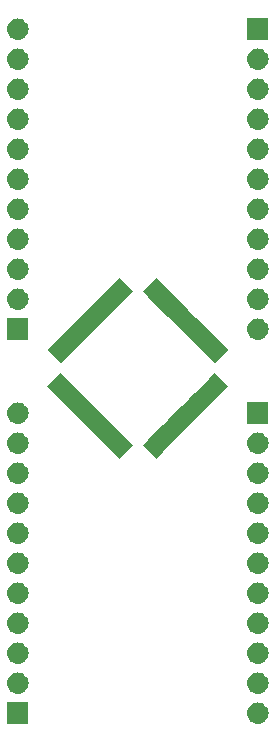
<source format=gbr>
G04 #@! TF.GenerationSoftware,KiCad,Pcbnew,5.1.3-ffb9f22~84~ubuntu18.04.1*
G04 #@! TF.CreationDate,2019-08-13T01:25:41-07:00*
G04 #@! TF.ProjectId,ATmega32U4breakout,41546d65-6761-4333-9255-34627265616b,rev?*
G04 #@! TF.SameCoordinates,Original*
G04 #@! TF.FileFunction,Soldermask,Top*
G04 #@! TF.FilePolarity,Negative*
%FSLAX46Y46*%
G04 Gerber Fmt 4.6, Leading zero omitted, Abs format (unit mm)*
G04 Created by KiCad (PCBNEW 5.1.3-ffb9f22~84~ubuntu18.04.1) date 2019-08-13 01:25:41*
%MOMM*%
%LPD*%
G04 APERTURE LIST*
%ADD10C,0.100000*%
G04 APERTURE END LIST*
D10*
G36*
X144890442Y-118485518D02*
G01*
X144956627Y-118492037D01*
X145126466Y-118543557D01*
X145282991Y-118627222D01*
X145318729Y-118656552D01*
X145420186Y-118739814D01*
X145503448Y-118841271D01*
X145532778Y-118877009D01*
X145616443Y-119033534D01*
X145667963Y-119203373D01*
X145685359Y-119380000D01*
X145667963Y-119556627D01*
X145616443Y-119726466D01*
X145532778Y-119882991D01*
X145503448Y-119918729D01*
X145420186Y-120020186D01*
X145318729Y-120103448D01*
X145282991Y-120132778D01*
X145126466Y-120216443D01*
X144956627Y-120267963D01*
X144890442Y-120274482D01*
X144824260Y-120281000D01*
X144735740Y-120281000D01*
X144669558Y-120274482D01*
X144603373Y-120267963D01*
X144433534Y-120216443D01*
X144277009Y-120132778D01*
X144241271Y-120103448D01*
X144139814Y-120020186D01*
X144056552Y-119918729D01*
X144027222Y-119882991D01*
X143943557Y-119726466D01*
X143892037Y-119556627D01*
X143874641Y-119380000D01*
X143892037Y-119203373D01*
X143943557Y-119033534D01*
X144027222Y-118877009D01*
X144056552Y-118841271D01*
X144139814Y-118739814D01*
X144241271Y-118656552D01*
X144277009Y-118627222D01*
X144433534Y-118543557D01*
X144603373Y-118492037D01*
X144669558Y-118485518D01*
X144735740Y-118479000D01*
X144824260Y-118479000D01*
X144890442Y-118485518D01*
X144890442Y-118485518D01*
G37*
G36*
X125361000Y-120281000D02*
G01*
X123559000Y-120281000D01*
X123559000Y-118479000D01*
X125361000Y-118479000D01*
X125361000Y-120281000D01*
X125361000Y-120281000D01*
G37*
G36*
X124570442Y-115945518D02*
G01*
X124636627Y-115952037D01*
X124806466Y-116003557D01*
X124962991Y-116087222D01*
X124998729Y-116116552D01*
X125100186Y-116199814D01*
X125183448Y-116301271D01*
X125212778Y-116337009D01*
X125296443Y-116493534D01*
X125347963Y-116663373D01*
X125365359Y-116840000D01*
X125347963Y-117016627D01*
X125296443Y-117186466D01*
X125212778Y-117342991D01*
X125183448Y-117378729D01*
X125100186Y-117480186D01*
X124998729Y-117563448D01*
X124962991Y-117592778D01*
X124806466Y-117676443D01*
X124636627Y-117727963D01*
X124570442Y-117734482D01*
X124504260Y-117741000D01*
X124415740Y-117741000D01*
X124349558Y-117734482D01*
X124283373Y-117727963D01*
X124113534Y-117676443D01*
X123957009Y-117592778D01*
X123921271Y-117563448D01*
X123819814Y-117480186D01*
X123736552Y-117378729D01*
X123707222Y-117342991D01*
X123623557Y-117186466D01*
X123572037Y-117016627D01*
X123554641Y-116840000D01*
X123572037Y-116663373D01*
X123623557Y-116493534D01*
X123707222Y-116337009D01*
X123736552Y-116301271D01*
X123819814Y-116199814D01*
X123921271Y-116116552D01*
X123957009Y-116087222D01*
X124113534Y-116003557D01*
X124283373Y-115952037D01*
X124349558Y-115945518D01*
X124415740Y-115939000D01*
X124504260Y-115939000D01*
X124570442Y-115945518D01*
X124570442Y-115945518D01*
G37*
G36*
X144890442Y-115945518D02*
G01*
X144956627Y-115952037D01*
X145126466Y-116003557D01*
X145282991Y-116087222D01*
X145318729Y-116116552D01*
X145420186Y-116199814D01*
X145503448Y-116301271D01*
X145532778Y-116337009D01*
X145616443Y-116493534D01*
X145667963Y-116663373D01*
X145685359Y-116840000D01*
X145667963Y-117016627D01*
X145616443Y-117186466D01*
X145532778Y-117342991D01*
X145503448Y-117378729D01*
X145420186Y-117480186D01*
X145318729Y-117563448D01*
X145282991Y-117592778D01*
X145126466Y-117676443D01*
X144956627Y-117727963D01*
X144890442Y-117734482D01*
X144824260Y-117741000D01*
X144735740Y-117741000D01*
X144669558Y-117734482D01*
X144603373Y-117727963D01*
X144433534Y-117676443D01*
X144277009Y-117592778D01*
X144241271Y-117563448D01*
X144139814Y-117480186D01*
X144056552Y-117378729D01*
X144027222Y-117342991D01*
X143943557Y-117186466D01*
X143892037Y-117016627D01*
X143874641Y-116840000D01*
X143892037Y-116663373D01*
X143943557Y-116493534D01*
X144027222Y-116337009D01*
X144056552Y-116301271D01*
X144139814Y-116199814D01*
X144241271Y-116116552D01*
X144277009Y-116087222D01*
X144433534Y-116003557D01*
X144603373Y-115952037D01*
X144669558Y-115945518D01*
X144735740Y-115939000D01*
X144824260Y-115939000D01*
X144890442Y-115945518D01*
X144890442Y-115945518D01*
G37*
G36*
X124570443Y-113405519D02*
G01*
X124636627Y-113412037D01*
X124806466Y-113463557D01*
X124962991Y-113547222D01*
X124998729Y-113576552D01*
X125100186Y-113659814D01*
X125183448Y-113761271D01*
X125212778Y-113797009D01*
X125296443Y-113953534D01*
X125347963Y-114123373D01*
X125365359Y-114300000D01*
X125347963Y-114476627D01*
X125296443Y-114646466D01*
X125212778Y-114802991D01*
X125183448Y-114838729D01*
X125100186Y-114940186D01*
X124998729Y-115023448D01*
X124962991Y-115052778D01*
X124806466Y-115136443D01*
X124636627Y-115187963D01*
X124570442Y-115194482D01*
X124504260Y-115201000D01*
X124415740Y-115201000D01*
X124349558Y-115194482D01*
X124283373Y-115187963D01*
X124113534Y-115136443D01*
X123957009Y-115052778D01*
X123921271Y-115023448D01*
X123819814Y-114940186D01*
X123736552Y-114838729D01*
X123707222Y-114802991D01*
X123623557Y-114646466D01*
X123572037Y-114476627D01*
X123554641Y-114300000D01*
X123572037Y-114123373D01*
X123623557Y-113953534D01*
X123707222Y-113797009D01*
X123736552Y-113761271D01*
X123819814Y-113659814D01*
X123921271Y-113576552D01*
X123957009Y-113547222D01*
X124113534Y-113463557D01*
X124283373Y-113412037D01*
X124349557Y-113405519D01*
X124415740Y-113399000D01*
X124504260Y-113399000D01*
X124570443Y-113405519D01*
X124570443Y-113405519D01*
G37*
G36*
X144890443Y-113405519D02*
G01*
X144956627Y-113412037D01*
X145126466Y-113463557D01*
X145282991Y-113547222D01*
X145318729Y-113576552D01*
X145420186Y-113659814D01*
X145503448Y-113761271D01*
X145532778Y-113797009D01*
X145616443Y-113953534D01*
X145667963Y-114123373D01*
X145685359Y-114300000D01*
X145667963Y-114476627D01*
X145616443Y-114646466D01*
X145532778Y-114802991D01*
X145503448Y-114838729D01*
X145420186Y-114940186D01*
X145318729Y-115023448D01*
X145282991Y-115052778D01*
X145126466Y-115136443D01*
X144956627Y-115187963D01*
X144890442Y-115194482D01*
X144824260Y-115201000D01*
X144735740Y-115201000D01*
X144669558Y-115194482D01*
X144603373Y-115187963D01*
X144433534Y-115136443D01*
X144277009Y-115052778D01*
X144241271Y-115023448D01*
X144139814Y-114940186D01*
X144056552Y-114838729D01*
X144027222Y-114802991D01*
X143943557Y-114646466D01*
X143892037Y-114476627D01*
X143874641Y-114300000D01*
X143892037Y-114123373D01*
X143943557Y-113953534D01*
X144027222Y-113797009D01*
X144056552Y-113761271D01*
X144139814Y-113659814D01*
X144241271Y-113576552D01*
X144277009Y-113547222D01*
X144433534Y-113463557D01*
X144603373Y-113412037D01*
X144669557Y-113405519D01*
X144735740Y-113399000D01*
X144824260Y-113399000D01*
X144890443Y-113405519D01*
X144890443Y-113405519D01*
G37*
G36*
X124570442Y-110865518D02*
G01*
X124636627Y-110872037D01*
X124806466Y-110923557D01*
X124962991Y-111007222D01*
X124998729Y-111036552D01*
X125100186Y-111119814D01*
X125183448Y-111221271D01*
X125212778Y-111257009D01*
X125296443Y-111413534D01*
X125347963Y-111583373D01*
X125365359Y-111760000D01*
X125347963Y-111936627D01*
X125296443Y-112106466D01*
X125212778Y-112262991D01*
X125183448Y-112298729D01*
X125100186Y-112400186D01*
X124998729Y-112483448D01*
X124962991Y-112512778D01*
X124806466Y-112596443D01*
X124636627Y-112647963D01*
X124570442Y-112654482D01*
X124504260Y-112661000D01*
X124415740Y-112661000D01*
X124349558Y-112654482D01*
X124283373Y-112647963D01*
X124113534Y-112596443D01*
X123957009Y-112512778D01*
X123921271Y-112483448D01*
X123819814Y-112400186D01*
X123736552Y-112298729D01*
X123707222Y-112262991D01*
X123623557Y-112106466D01*
X123572037Y-111936627D01*
X123554641Y-111760000D01*
X123572037Y-111583373D01*
X123623557Y-111413534D01*
X123707222Y-111257009D01*
X123736552Y-111221271D01*
X123819814Y-111119814D01*
X123921271Y-111036552D01*
X123957009Y-111007222D01*
X124113534Y-110923557D01*
X124283373Y-110872037D01*
X124349558Y-110865518D01*
X124415740Y-110859000D01*
X124504260Y-110859000D01*
X124570442Y-110865518D01*
X124570442Y-110865518D01*
G37*
G36*
X144890442Y-110865518D02*
G01*
X144956627Y-110872037D01*
X145126466Y-110923557D01*
X145282991Y-111007222D01*
X145318729Y-111036552D01*
X145420186Y-111119814D01*
X145503448Y-111221271D01*
X145532778Y-111257009D01*
X145616443Y-111413534D01*
X145667963Y-111583373D01*
X145685359Y-111760000D01*
X145667963Y-111936627D01*
X145616443Y-112106466D01*
X145532778Y-112262991D01*
X145503448Y-112298729D01*
X145420186Y-112400186D01*
X145318729Y-112483448D01*
X145282991Y-112512778D01*
X145126466Y-112596443D01*
X144956627Y-112647963D01*
X144890442Y-112654482D01*
X144824260Y-112661000D01*
X144735740Y-112661000D01*
X144669558Y-112654482D01*
X144603373Y-112647963D01*
X144433534Y-112596443D01*
X144277009Y-112512778D01*
X144241271Y-112483448D01*
X144139814Y-112400186D01*
X144056552Y-112298729D01*
X144027222Y-112262991D01*
X143943557Y-112106466D01*
X143892037Y-111936627D01*
X143874641Y-111760000D01*
X143892037Y-111583373D01*
X143943557Y-111413534D01*
X144027222Y-111257009D01*
X144056552Y-111221271D01*
X144139814Y-111119814D01*
X144241271Y-111036552D01*
X144277009Y-111007222D01*
X144433534Y-110923557D01*
X144603373Y-110872037D01*
X144669558Y-110865518D01*
X144735740Y-110859000D01*
X144824260Y-110859000D01*
X144890442Y-110865518D01*
X144890442Y-110865518D01*
G37*
G36*
X124570443Y-108325519D02*
G01*
X124636627Y-108332037D01*
X124806466Y-108383557D01*
X124962991Y-108467222D01*
X124998729Y-108496552D01*
X125100186Y-108579814D01*
X125183448Y-108681271D01*
X125212778Y-108717009D01*
X125296443Y-108873534D01*
X125347963Y-109043373D01*
X125365359Y-109220000D01*
X125347963Y-109396627D01*
X125296443Y-109566466D01*
X125212778Y-109722991D01*
X125183448Y-109758729D01*
X125100186Y-109860186D01*
X124998729Y-109943448D01*
X124962991Y-109972778D01*
X124806466Y-110056443D01*
X124636627Y-110107963D01*
X124570443Y-110114481D01*
X124504260Y-110121000D01*
X124415740Y-110121000D01*
X124349557Y-110114481D01*
X124283373Y-110107963D01*
X124113534Y-110056443D01*
X123957009Y-109972778D01*
X123921271Y-109943448D01*
X123819814Y-109860186D01*
X123736552Y-109758729D01*
X123707222Y-109722991D01*
X123623557Y-109566466D01*
X123572037Y-109396627D01*
X123554641Y-109220000D01*
X123572037Y-109043373D01*
X123623557Y-108873534D01*
X123707222Y-108717009D01*
X123736552Y-108681271D01*
X123819814Y-108579814D01*
X123921271Y-108496552D01*
X123957009Y-108467222D01*
X124113534Y-108383557D01*
X124283373Y-108332037D01*
X124349557Y-108325519D01*
X124415740Y-108319000D01*
X124504260Y-108319000D01*
X124570443Y-108325519D01*
X124570443Y-108325519D01*
G37*
G36*
X144890443Y-108325519D02*
G01*
X144956627Y-108332037D01*
X145126466Y-108383557D01*
X145282991Y-108467222D01*
X145318729Y-108496552D01*
X145420186Y-108579814D01*
X145503448Y-108681271D01*
X145532778Y-108717009D01*
X145616443Y-108873534D01*
X145667963Y-109043373D01*
X145685359Y-109220000D01*
X145667963Y-109396627D01*
X145616443Y-109566466D01*
X145532778Y-109722991D01*
X145503448Y-109758729D01*
X145420186Y-109860186D01*
X145318729Y-109943448D01*
X145282991Y-109972778D01*
X145126466Y-110056443D01*
X144956627Y-110107963D01*
X144890443Y-110114481D01*
X144824260Y-110121000D01*
X144735740Y-110121000D01*
X144669557Y-110114481D01*
X144603373Y-110107963D01*
X144433534Y-110056443D01*
X144277009Y-109972778D01*
X144241271Y-109943448D01*
X144139814Y-109860186D01*
X144056552Y-109758729D01*
X144027222Y-109722991D01*
X143943557Y-109566466D01*
X143892037Y-109396627D01*
X143874641Y-109220000D01*
X143892037Y-109043373D01*
X143943557Y-108873534D01*
X144027222Y-108717009D01*
X144056552Y-108681271D01*
X144139814Y-108579814D01*
X144241271Y-108496552D01*
X144277009Y-108467222D01*
X144433534Y-108383557D01*
X144603373Y-108332037D01*
X144669557Y-108325519D01*
X144735740Y-108319000D01*
X144824260Y-108319000D01*
X144890443Y-108325519D01*
X144890443Y-108325519D01*
G37*
G36*
X144890443Y-105785519D02*
G01*
X144956627Y-105792037D01*
X145126466Y-105843557D01*
X145282991Y-105927222D01*
X145318729Y-105956552D01*
X145420186Y-106039814D01*
X145503448Y-106141271D01*
X145532778Y-106177009D01*
X145616443Y-106333534D01*
X145667963Y-106503373D01*
X145685359Y-106680000D01*
X145667963Y-106856627D01*
X145616443Y-107026466D01*
X145532778Y-107182991D01*
X145503448Y-107218729D01*
X145420186Y-107320186D01*
X145318729Y-107403448D01*
X145282991Y-107432778D01*
X145126466Y-107516443D01*
X144956627Y-107567963D01*
X144890443Y-107574481D01*
X144824260Y-107581000D01*
X144735740Y-107581000D01*
X144669557Y-107574481D01*
X144603373Y-107567963D01*
X144433534Y-107516443D01*
X144277009Y-107432778D01*
X144241271Y-107403448D01*
X144139814Y-107320186D01*
X144056552Y-107218729D01*
X144027222Y-107182991D01*
X143943557Y-107026466D01*
X143892037Y-106856627D01*
X143874641Y-106680000D01*
X143892037Y-106503373D01*
X143943557Y-106333534D01*
X144027222Y-106177009D01*
X144056552Y-106141271D01*
X144139814Y-106039814D01*
X144241271Y-105956552D01*
X144277009Y-105927222D01*
X144433534Y-105843557D01*
X144603373Y-105792037D01*
X144669557Y-105785519D01*
X144735740Y-105779000D01*
X144824260Y-105779000D01*
X144890443Y-105785519D01*
X144890443Y-105785519D01*
G37*
G36*
X124570443Y-105785519D02*
G01*
X124636627Y-105792037D01*
X124806466Y-105843557D01*
X124962991Y-105927222D01*
X124998729Y-105956552D01*
X125100186Y-106039814D01*
X125183448Y-106141271D01*
X125212778Y-106177009D01*
X125296443Y-106333534D01*
X125347963Y-106503373D01*
X125365359Y-106680000D01*
X125347963Y-106856627D01*
X125296443Y-107026466D01*
X125212778Y-107182991D01*
X125183448Y-107218729D01*
X125100186Y-107320186D01*
X124998729Y-107403448D01*
X124962991Y-107432778D01*
X124806466Y-107516443D01*
X124636627Y-107567963D01*
X124570443Y-107574481D01*
X124504260Y-107581000D01*
X124415740Y-107581000D01*
X124349557Y-107574481D01*
X124283373Y-107567963D01*
X124113534Y-107516443D01*
X123957009Y-107432778D01*
X123921271Y-107403448D01*
X123819814Y-107320186D01*
X123736552Y-107218729D01*
X123707222Y-107182991D01*
X123623557Y-107026466D01*
X123572037Y-106856627D01*
X123554641Y-106680000D01*
X123572037Y-106503373D01*
X123623557Y-106333534D01*
X123707222Y-106177009D01*
X123736552Y-106141271D01*
X123819814Y-106039814D01*
X123921271Y-105956552D01*
X123957009Y-105927222D01*
X124113534Y-105843557D01*
X124283373Y-105792037D01*
X124349557Y-105785519D01*
X124415740Y-105779000D01*
X124504260Y-105779000D01*
X124570443Y-105785519D01*
X124570443Y-105785519D01*
G37*
G36*
X144890443Y-103245519D02*
G01*
X144956627Y-103252037D01*
X145126466Y-103303557D01*
X145282991Y-103387222D01*
X145318729Y-103416552D01*
X145420186Y-103499814D01*
X145503448Y-103601271D01*
X145532778Y-103637009D01*
X145616443Y-103793534D01*
X145667963Y-103963373D01*
X145685359Y-104140000D01*
X145667963Y-104316627D01*
X145616443Y-104486466D01*
X145532778Y-104642991D01*
X145503448Y-104678729D01*
X145420186Y-104780186D01*
X145318729Y-104863448D01*
X145282991Y-104892778D01*
X145126466Y-104976443D01*
X144956627Y-105027963D01*
X144890442Y-105034482D01*
X144824260Y-105041000D01*
X144735740Y-105041000D01*
X144669557Y-105034481D01*
X144603373Y-105027963D01*
X144433534Y-104976443D01*
X144277009Y-104892778D01*
X144241271Y-104863448D01*
X144139814Y-104780186D01*
X144056552Y-104678729D01*
X144027222Y-104642991D01*
X143943557Y-104486466D01*
X143892037Y-104316627D01*
X143874641Y-104140000D01*
X143892037Y-103963373D01*
X143943557Y-103793534D01*
X144027222Y-103637009D01*
X144056552Y-103601271D01*
X144139814Y-103499814D01*
X144241271Y-103416552D01*
X144277009Y-103387222D01*
X144433534Y-103303557D01*
X144603373Y-103252037D01*
X144669558Y-103245518D01*
X144735740Y-103239000D01*
X144824260Y-103239000D01*
X144890443Y-103245519D01*
X144890443Y-103245519D01*
G37*
G36*
X124570443Y-103245519D02*
G01*
X124636627Y-103252037D01*
X124806466Y-103303557D01*
X124962991Y-103387222D01*
X124998729Y-103416552D01*
X125100186Y-103499814D01*
X125183448Y-103601271D01*
X125212778Y-103637009D01*
X125296443Y-103793534D01*
X125347963Y-103963373D01*
X125365359Y-104140000D01*
X125347963Y-104316627D01*
X125296443Y-104486466D01*
X125212778Y-104642991D01*
X125183448Y-104678729D01*
X125100186Y-104780186D01*
X124998729Y-104863448D01*
X124962991Y-104892778D01*
X124806466Y-104976443D01*
X124636627Y-105027963D01*
X124570442Y-105034482D01*
X124504260Y-105041000D01*
X124415740Y-105041000D01*
X124349557Y-105034481D01*
X124283373Y-105027963D01*
X124113534Y-104976443D01*
X123957009Y-104892778D01*
X123921271Y-104863448D01*
X123819814Y-104780186D01*
X123736552Y-104678729D01*
X123707222Y-104642991D01*
X123623557Y-104486466D01*
X123572037Y-104316627D01*
X123554641Y-104140000D01*
X123572037Y-103963373D01*
X123623557Y-103793534D01*
X123707222Y-103637009D01*
X123736552Y-103601271D01*
X123819814Y-103499814D01*
X123921271Y-103416552D01*
X123957009Y-103387222D01*
X124113534Y-103303557D01*
X124283373Y-103252037D01*
X124349558Y-103245518D01*
X124415740Y-103239000D01*
X124504260Y-103239000D01*
X124570443Y-103245519D01*
X124570443Y-103245519D01*
G37*
G36*
X144890443Y-100705519D02*
G01*
X144956627Y-100712037D01*
X145126466Y-100763557D01*
X145282991Y-100847222D01*
X145318729Y-100876552D01*
X145420186Y-100959814D01*
X145503448Y-101061271D01*
X145532778Y-101097009D01*
X145616443Y-101253534D01*
X145667963Y-101423373D01*
X145685359Y-101600000D01*
X145667963Y-101776627D01*
X145616443Y-101946466D01*
X145532778Y-102102991D01*
X145503448Y-102138729D01*
X145420186Y-102240186D01*
X145318729Y-102323448D01*
X145282991Y-102352778D01*
X145126466Y-102436443D01*
X144956627Y-102487963D01*
X144890442Y-102494482D01*
X144824260Y-102501000D01*
X144735740Y-102501000D01*
X144669558Y-102494482D01*
X144603373Y-102487963D01*
X144433534Y-102436443D01*
X144277009Y-102352778D01*
X144241271Y-102323448D01*
X144139814Y-102240186D01*
X144056552Y-102138729D01*
X144027222Y-102102991D01*
X143943557Y-101946466D01*
X143892037Y-101776627D01*
X143874641Y-101600000D01*
X143892037Y-101423373D01*
X143943557Y-101253534D01*
X144027222Y-101097009D01*
X144056552Y-101061271D01*
X144139814Y-100959814D01*
X144241271Y-100876552D01*
X144277009Y-100847222D01*
X144433534Y-100763557D01*
X144603373Y-100712037D01*
X144669557Y-100705519D01*
X144735740Y-100699000D01*
X144824260Y-100699000D01*
X144890443Y-100705519D01*
X144890443Y-100705519D01*
G37*
G36*
X124570443Y-100705519D02*
G01*
X124636627Y-100712037D01*
X124806466Y-100763557D01*
X124962991Y-100847222D01*
X124998729Y-100876552D01*
X125100186Y-100959814D01*
X125183448Y-101061271D01*
X125212778Y-101097009D01*
X125296443Y-101253534D01*
X125347963Y-101423373D01*
X125365359Y-101600000D01*
X125347963Y-101776627D01*
X125296443Y-101946466D01*
X125212778Y-102102991D01*
X125183448Y-102138729D01*
X125100186Y-102240186D01*
X124998729Y-102323448D01*
X124962991Y-102352778D01*
X124806466Y-102436443D01*
X124636627Y-102487963D01*
X124570442Y-102494482D01*
X124504260Y-102501000D01*
X124415740Y-102501000D01*
X124349558Y-102494482D01*
X124283373Y-102487963D01*
X124113534Y-102436443D01*
X123957009Y-102352778D01*
X123921271Y-102323448D01*
X123819814Y-102240186D01*
X123736552Y-102138729D01*
X123707222Y-102102991D01*
X123623557Y-101946466D01*
X123572037Y-101776627D01*
X123554641Y-101600000D01*
X123572037Y-101423373D01*
X123623557Y-101253534D01*
X123707222Y-101097009D01*
X123736552Y-101061271D01*
X123819814Y-100959814D01*
X123921271Y-100876552D01*
X123957009Y-100847222D01*
X124113534Y-100763557D01*
X124283373Y-100712037D01*
X124349557Y-100705519D01*
X124415740Y-100699000D01*
X124504260Y-100699000D01*
X124570443Y-100705519D01*
X124570443Y-100705519D01*
G37*
G36*
X124570443Y-98165519D02*
G01*
X124636627Y-98172037D01*
X124806466Y-98223557D01*
X124962991Y-98307222D01*
X124998729Y-98336552D01*
X125100186Y-98419814D01*
X125183448Y-98521271D01*
X125212778Y-98557009D01*
X125296443Y-98713534D01*
X125347963Y-98883373D01*
X125365359Y-99060000D01*
X125347963Y-99236627D01*
X125296443Y-99406466D01*
X125212778Y-99562991D01*
X125183448Y-99598729D01*
X125100186Y-99700186D01*
X124998729Y-99783448D01*
X124962991Y-99812778D01*
X124806466Y-99896443D01*
X124636627Y-99947963D01*
X124570443Y-99954481D01*
X124504260Y-99961000D01*
X124415740Y-99961000D01*
X124349557Y-99954481D01*
X124283373Y-99947963D01*
X124113534Y-99896443D01*
X123957009Y-99812778D01*
X123921271Y-99783448D01*
X123819814Y-99700186D01*
X123736552Y-99598729D01*
X123707222Y-99562991D01*
X123623557Y-99406466D01*
X123572037Y-99236627D01*
X123554641Y-99060000D01*
X123572037Y-98883373D01*
X123623557Y-98713534D01*
X123707222Y-98557009D01*
X123736552Y-98521271D01*
X123819814Y-98419814D01*
X123921271Y-98336552D01*
X123957009Y-98307222D01*
X124113534Y-98223557D01*
X124283373Y-98172037D01*
X124349557Y-98165519D01*
X124415740Y-98159000D01*
X124504260Y-98159000D01*
X124570443Y-98165519D01*
X124570443Y-98165519D01*
G37*
G36*
X144890443Y-98165519D02*
G01*
X144956627Y-98172037D01*
X145126466Y-98223557D01*
X145282991Y-98307222D01*
X145318729Y-98336552D01*
X145420186Y-98419814D01*
X145503448Y-98521271D01*
X145532778Y-98557009D01*
X145616443Y-98713534D01*
X145667963Y-98883373D01*
X145685359Y-99060000D01*
X145667963Y-99236627D01*
X145616443Y-99406466D01*
X145532778Y-99562991D01*
X145503448Y-99598729D01*
X145420186Y-99700186D01*
X145318729Y-99783448D01*
X145282991Y-99812778D01*
X145126466Y-99896443D01*
X144956627Y-99947963D01*
X144890443Y-99954481D01*
X144824260Y-99961000D01*
X144735740Y-99961000D01*
X144669557Y-99954481D01*
X144603373Y-99947963D01*
X144433534Y-99896443D01*
X144277009Y-99812778D01*
X144241271Y-99783448D01*
X144139814Y-99700186D01*
X144056552Y-99598729D01*
X144027222Y-99562991D01*
X143943557Y-99406466D01*
X143892037Y-99236627D01*
X143874641Y-99060000D01*
X143892037Y-98883373D01*
X143943557Y-98713534D01*
X144027222Y-98557009D01*
X144056552Y-98521271D01*
X144139814Y-98419814D01*
X144241271Y-98336552D01*
X144277009Y-98307222D01*
X144433534Y-98223557D01*
X144603373Y-98172037D01*
X144669557Y-98165519D01*
X144735740Y-98159000D01*
X144824260Y-98159000D01*
X144890443Y-98165519D01*
X144890443Y-98165519D01*
G37*
G36*
X128574238Y-91052471D02*
G01*
X128574244Y-91052476D01*
X129777727Y-92255959D01*
X129777732Y-92255965D01*
X130271294Y-92749527D01*
X130271300Y-92749532D01*
X130909098Y-93387330D01*
X130909103Y-93387336D01*
X131402665Y-93880898D01*
X131402671Y-93880903D01*
X132040469Y-94518701D01*
X132040474Y-94518707D01*
X132534036Y-95012269D01*
X132534042Y-95012274D01*
X133737525Y-96215757D01*
X133737530Y-96215763D01*
X134214827Y-96693060D01*
X133082042Y-97825845D01*
X132532627Y-97276430D01*
X132532622Y-97276424D01*
X131473375Y-96217177D01*
X131473369Y-96217172D01*
X130835571Y-95579374D01*
X130835566Y-95579368D01*
X130342004Y-95085806D01*
X130341998Y-95085801D01*
X129704200Y-94448003D01*
X129704195Y-94447997D01*
X129210633Y-93954435D01*
X129210627Y-93954430D01*
X128572829Y-93316632D01*
X128572824Y-93316626D01*
X127513577Y-92257379D01*
X127513571Y-92257374D01*
X126964155Y-91707958D01*
X128096940Y-90575173D01*
X128574238Y-91052471D01*
X128574238Y-91052471D01*
G37*
G36*
X142275845Y-91707958D02*
G01*
X141726424Y-92257379D01*
X141160738Y-92823064D01*
X140667177Y-93316626D01*
X137766626Y-96217177D01*
X137200940Y-96782862D01*
X136707379Y-97276424D01*
X136157958Y-97825845D01*
X135025173Y-96693060D01*
X135486206Y-96232027D01*
X135502471Y-96215763D01*
X135502480Y-96215752D01*
X136705954Y-95012278D01*
X136705965Y-95012269D01*
X136722230Y-94996005D01*
X136722229Y-94996004D01*
X137183262Y-94534971D01*
X137183263Y-94534972D01*
X137199527Y-94518707D01*
X137199536Y-94518696D01*
X137837325Y-93880907D01*
X137837336Y-93880898D01*
X137853601Y-93864634D01*
X137853600Y-93864633D01*
X138314633Y-93403600D01*
X138314634Y-93403601D01*
X138330898Y-93387336D01*
X138330907Y-93387325D01*
X138968696Y-92749536D01*
X138968707Y-92749527D01*
X138984972Y-92733263D01*
X138984971Y-92733262D01*
X139446004Y-92272229D01*
X139446005Y-92272230D01*
X139462269Y-92255965D01*
X139462278Y-92255954D01*
X140665752Y-91052480D01*
X140665763Y-91052471D01*
X140682027Y-91036206D01*
X141143060Y-90575173D01*
X142275845Y-91707958D01*
X142275845Y-91707958D01*
G37*
G36*
X124570442Y-95625518D02*
G01*
X124636627Y-95632037D01*
X124806466Y-95683557D01*
X124962991Y-95767222D01*
X124998729Y-95796552D01*
X125100186Y-95879814D01*
X125183448Y-95981271D01*
X125212778Y-96017009D01*
X125296443Y-96173534D01*
X125347963Y-96343373D01*
X125365359Y-96520000D01*
X125347963Y-96696627D01*
X125296443Y-96866466D01*
X125212778Y-97022991D01*
X125183448Y-97058729D01*
X125100186Y-97160186D01*
X124998729Y-97243448D01*
X124962991Y-97272778D01*
X124806466Y-97356443D01*
X124636627Y-97407963D01*
X124570442Y-97414482D01*
X124504260Y-97421000D01*
X124415740Y-97421000D01*
X124349558Y-97414482D01*
X124283373Y-97407963D01*
X124113534Y-97356443D01*
X123957009Y-97272778D01*
X123921271Y-97243448D01*
X123819814Y-97160186D01*
X123736552Y-97058729D01*
X123707222Y-97022991D01*
X123623557Y-96866466D01*
X123572037Y-96696627D01*
X123554641Y-96520000D01*
X123572037Y-96343373D01*
X123623557Y-96173534D01*
X123707222Y-96017009D01*
X123736552Y-95981271D01*
X123819814Y-95879814D01*
X123921271Y-95796552D01*
X123957009Y-95767222D01*
X124113534Y-95683557D01*
X124283373Y-95632037D01*
X124349558Y-95625518D01*
X124415740Y-95619000D01*
X124504260Y-95619000D01*
X124570442Y-95625518D01*
X124570442Y-95625518D01*
G37*
G36*
X144890442Y-95625518D02*
G01*
X144956627Y-95632037D01*
X145126466Y-95683557D01*
X145282991Y-95767222D01*
X145318729Y-95796552D01*
X145420186Y-95879814D01*
X145503448Y-95981271D01*
X145532778Y-96017009D01*
X145616443Y-96173534D01*
X145667963Y-96343373D01*
X145685359Y-96520000D01*
X145667963Y-96696627D01*
X145616443Y-96866466D01*
X145532778Y-97022991D01*
X145503448Y-97058729D01*
X145420186Y-97160186D01*
X145318729Y-97243448D01*
X145282991Y-97272778D01*
X145126466Y-97356443D01*
X144956627Y-97407963D01*
X144890442Y-97414482D01*
X144824260Y-97421000D01*
X144735740Y-97421000D01*
X144669558Y-97414482D01*
X144603373Y-97407963D01*
X144433534Y-97356443D01*
X144277009Y-97272778D01*
X144241271Y-97243448D01*
X144139814Y-97160186D01*
X144056552Y-97058729D01*
X144027222Y-97022991D01*
X143943557Y-96866466D01*
X143892037Y-96696627D01*
X143874641Y-96520000D01*
X143892037Y-96343373D01*
X143943557Y-96173534D01*
X144027222Y-96017009D01*
X144056552Y-95981271D01*
X144139814Y-95879814D01*
X144241271Y-95796552D01*
X144277009Y-95767222D01*
X144433534Y-95683557D01*
X144603373Y-95632037D01*
X144669558Y-95625518D01*
X144735740Y-95619000D01*
X144824260Y-95619000D01*
X144890442Y-95625518D01*
X144890442Y-95625518D01*
G37*
G36*
X124570443Y-93085519D02*
G01*
X124636627Y-93092037D01*
X124806466Y-93143557D01*
X124962991Y-93227222D01*
X124998729Y-93256552D01*
X125100186Y-93339814D01*
X125153693Y-93405014D01*
X125212778Y-93477009D01*
X125296443Y-93633534D01*
X125347963Y-93803373D01*
X125365359Y-93980000D01*
X125347963Y-94156627D01*
X125296443Y-94326466D01*
X125212778Y-94482991D01*
X125183475Y-94518696D01*
X125100186Y-94620186D01*
X124998729Y-94703448D01*
X124962991Y-94732778D01*
X124806466Y-94816443D01*
X124636627Y-94867963D01*
X124570443Y-94874481D01*
X124504260Y-94881000D01*
X124415740Y-94881000D01*
X124349557Y-94874481D01*
X124283373Y-94867963D01*
X124113534Y-94816443D01*
X123957009Y-94732778D01*
X123921271Y-94703448D01*
X123819814Y-94620186D01*
X123736525Y-94518696D01*
X123707222Y-94482991D01*
X123623557Y-94326466D01*
X123572037Y-94156627D01*
X123554641Y-93980000D01*
X123572037Y-93803373D01*
X123623557Y-93633534D01*
X123707222Y-93477009D01*
X123766307Y-93405014D01*
X123819814Y-93339814D01*
X123921271Y-93256552D01*
X123957009Y-93227222D01*
X124113534Y-93143557D01*
X124283373Y-93092037D01*
X124349557Y-93085519D01*
X124415740Y-93079000D01*
X124504260Y-93079000D01*
X124570443Y-93085519D01*
X124570443Y-93085519D01*
G37*
G36*
X145681000Y-94881000D02*
G01*
X143879000Y-94881000D01*
X143879000Y-93079000D01*
X145681000Y-93079000D01*
X145681000Y-94881000D01*
X145681000Y-94881000D01*
G37*
G36*
X136707374Y-83063571D02*
G01*
X136707379Y-83063577D01*
X137766626Y-84122824D01*
X137766632Y-84122829D01*
X138404430Y-84760627D01*
X138404435Y-84760633D01*
X138897997Y-85254195D01*
X138898003Y-85254200D01*
X139535801Y-85891998D01*
X139535806Y-85892004D01*
X140029368Y-86385566D01*
X140029374Y-86385571D01*
X140667172Y-87023369D01*
X140667177Y-87023375D01*
X141726424Y-88082622D01*
X141726430Y-88082627D01*
X142275845Y-88632042D01*
X141143060Y-89764827D01*
X140665763Y-89287530D01*
X140665757Y-89287525D01*
X139462274Y-88084042D01*
X139462269Y-88084036D01*
X138968707Y-87590474D01*
X138968701Y-87590469D01*
X138330903Y-86952671D01*
X138330898Y-86952665D01*
X137837336Y-86459103D01*
X137837330Y-86459098D01*
X137199532Y-85821300D01*
X137199527Y-85821294D01*
X136705965Y-85327732D01*
X136705959Y-85327727D01*
X135502476Y-84124244D01*
X135502471Y-84124238D01*
X135025173Y-83646940D01*
X136157958Y-82514155D01*
X136707374Y-83063571D01*
X136707374Y-83063571D01*
G37*
G36*
X134214827Y-83646940D02*
G01*
X133737530Y-84124238D01*
X128574238Y-89287530D01*
X128096940Y-89764827D01*
X126964155Y-88632042D01*
X127513566Y-88082631D01*
X127513577Y-88082622D01*
X127529841Y-88066357D01*
X128556559Y-87039639D01*
X128572824Y-87023375D01*
X128572833Y-87023364D01*
X129210622Y-86385575D01*
X129210633Y-86385566D01*
X129226898Y-86369302D01*
X129226897Y-86369301D01*
X129687930Y-85908268D01*
X129687931Y-85908269D01*
X129704195Y-85892004D01*
X129704204Y-85891993D01*
X130341993Y-85254204D01*
X130342004Y-85254195D01*
X130358269Y-85237931D01*
X130358268Y-85237930D01*
X130819301Y-84776897D01*
X130819302Y-84776898D01*
X130835566Y-84760633D01*
X130835575Y-84760622D01*
X131473364Y-84122833D01*
X131473375Y-84122824D01*
X131489639Y-84106559D01*
X132516357Y-83079841D01*
X132532622Y-83063577D01*
X132532631Y-83063566D01*
X133082042Y-82514155D01*
X134214827Y-83646940D01*
X134214827Y-83646940D01*
G37*
G36*
X125361000Y-87769000D02*
G01*
X123559000Y-87769000D01*
X123559000Y-85967000D01*
X125361000Y-85967000D01*
X125361000Y-87769000D01*
X125361000Y-87769000D01*
G37*
G36*
X144890443Y-85973519D02*
G01*
X144956627Y-85980037D01*
X145126466Y-86031557D01*
X145282991Y-86115222D01*
X145318729Y-86144552D01*
X145420186Y-86227814D01*
X145503448Y-86329271D01*
X145532778Y-86365009D01*
X145616443Y-86521534D01*
X145667963Y-86691373D01*
X145685359Y-86868000D01*
X145667963Y-87044627D01*
X145616443Y-87214466D01*
X145532778Y-87370991D01*
X145503448Y-87406729D01*
X145420186Y-87508186D01*
X145319922Y-87590469D01*
X145282991Y-87620778D01*
X145126466Y-87704443D01*
X144956627Y-87755963D01*
X144890442Y-87762482D01*
X144824260Y-87769000D01*
X144735740Y-87769000D01*
X144669558Y-87762482D01*
X144603373Y-87755963D01*
X144433534Y-87704443D01*
X144277009Y-87620778D01*
X144240078Y-87590469D01*
X144139814Y-87508186D01*
X144056552Y-87406729D01*
X144027222Y-87370991D01*
X143943557Y-87214466D01*
X143892037Y-87044627D01*
X143874641Y-86868000D01*
X143892037Y-86691373D01*
X143943557Y-86521534D01*
X144027222Y-86365009D01*
X144056552Y-86329271D01*
X144139814Y-86227814D01*
X144241271Y-86144552D01*
X144277009Y-86115222D01*
X144433534Y-86031557D01*
X144603373Y-85980037D01*
X144669557Y-85973519D01*
X144735740Y-85967000D01*
X144824260Y-85967000D01*
X144890443Y-85973519D01*
X144890443Y-85973519D01*
G37*
G36*
X144890443Y-83433519D02*
G01*
X144956627Y-83440037D01*
X145126466Y-83491557D01*
X145282991Y-83575222D01*
X145318729Y-83604552D01*
X145420186Y-83687814D01*
X145503448Y-83789271D01*
X145532778Y-83825009D01*
X145616443Y-83981534D01*
X145667963Y-84151373D01*
X145685359Y-84328000D01*
X145667963Y-84504627D01*
X145616443Y-84674466D01*
X145532778Y-84830991D01*
X145503448Y-84866729D01*
X145420186Y-84968186D01*
X145318729Y-85051448D01*
X145282991Y-85080778D01*
X145126466Y-85164443D01*
X144956627Y-85215963D01*
X144890443Y-85222481D01*
X144824260Y-85229000D01*
X144735740Y-85229000D01*
X144669557Y-85222481D01*
X144603373Y-85215963D01*
X144433534Y-85164443D01*
X144277009Y-85080778D01*
X144241271Y-85051448D01*
X144139814Y-84968186D01*
X144056552Y-84866729D01*
X144027222Y-84830991D01*
X143943557Y-84674466D01*
X143892037Y-84504627D01*
X143874641Y-84328000D01*
X143892037Y-84151373D01*
X143943557Y-83981534D01*
X144027222Y-83825009D01*
X144056552Y-83789271D01*
X144139814Y-83687814D01*
X144241271Y-83604552D01*
X144277009Y-83575222D01*
X144433534Y-83491557D01*
X144603373Y-83440037D01*
X144669557Y-83433519D01*
X144735740Y-83427000D01*
X144824260Y-83427000D01*
X144890443Y-83433519D01*
X144890443Y-83433519D01*
G37*
G36*
X124570443Y-83433519D02*
G01*
X124636627Y-83440037D01*
X124806466Y-83491557D01*
X124962991Y-83575222D01*
X124998729Y-83604552D01*
X125100186Y-83687814D01*
X125183448Y-83789271D01*
X125212778Y-83825009D01*
X125296443Y-83981534D01*
X125347963Y-84151373D01*
X125365359Y-84328000D01*
X125347963Y-84504627D01*
X125296443Y-84674466D01*
X125212778Y-84830991D01*
X125183448Y-84866729D01*
X125100186Y-84968186D01*
X124998729Y-85051448D01*
X124962991Y-85080778D01*
X124806466Y-85164443D01*
X124636627Y-85215963D01*
X124570443Y-85222481D01*
X124504260Y-85229000D01*
X124415740Y-85229000D01*
X124349557Y-85222481D01*
X124283373Y-85215963D01*
X124113534Y-85164443D01*
X123957009Y-85080778D01*
X123921271Y-85051448D01*
X123819814Y-84968186D01*
X123736552Y-84866729D01*
X123707222Y-84830991D01*
X123623557Y-84674466D01*
X123572037Y-84504627D01*
X123554641Y-84328000D01*
X123572037Y-84151373D01*
X123623557Y-83981534D01*
X123707222Y-83825009D01*
X123736552Y-83789271D01*
X123819814Y-83687814D01*
X123921271Y-83604552D01*
X123957009Y-83575222D01*
X124113534Y-83491557D01*
X124283373Y-83440037D01*
X124349557Y-83433519D01*
X124415740Y-83427000D01*
X124504260Y-83427000D01*
X124570443Y-83433519D01*
X124570443Y-83433519D01*
G37*
G36*
X124570442Y-80893518D02*
G01*
X124636627Y-80900037D01*
X124806466Y-80951557D01*
X124962991Y-81035222D01*
X124998729Y-81064552D01*
X125100186Y-81147814D01*
X125183448Y-81249271D01*
X125212778Y-81285009D01*
X125296443Y-81441534D01*
X125347963Y-81611373D01*
X125365359Y-81788000D01*
X125347963Y-81964627D01*
X125296443Y-82134466D01*
X125212778Y-82290991D01*
X125183448Y-82326729D01*
X125100186Y-82428186D01*
X124998729Y-82511448D01*
X124962991Y-82540778D01*
X124806466Y-82624443D01*
X124636627Y-82675963D01*
X124570442Y-82682482D01*
X124504260Y-82689000D01*
X124415740Y-82689000D01*
X124349558Y-82682482D01*
X124283373Y-82675963D01*
X124113534Y-82624443D01*
X123957009Y-82540778D01*
X123921271Y-82511448D01*
X123819814Y-82428186D01*
X123736552Y-82326729D01*
X123707222Y-82290991D01*
X123623557Y-82134466D01*
X123572037Y-81964627D01*
X123554641Y-81788000D01*
X123572037Y-81611373D01*
X123623557Y-81441534D01*
X123707222Y-81285009D01*
X123736552Y-81249271D01*
X123819814Y-81147814D01*
X123921271Y-81064552D01*
X123957009Y-81035222D01*
X124113534Y-80951557D01*
X124283373Y-80900037D01*
X124349558Y-80893518D01*
X124415740Y-80887000D01*
X124504260Y-80887000D01*
X124570442Y-80893518D01*
X124570442Y-80893518D01*
G37*
G36*
X144890442Y-80893518D02*
G01*
X144956627Y-80900037D01*
X145126466Y-80951557D01*
X145282991Y-81035222D01*
X145318729Y-81064552D01*
X145420186Y-81147814D01*
X145503448Y-81249271D01*
X145532778Y-81285009D01*
X145616443Y-81441534D01*
X145667963Y-81611373D01*
X145685359Y-81788000D01*
X145667963Y-81964627D01*
X145616443Y-82134466D01*
X145532778Y-82290991D01*
X145503448Y-82326729D01*
X145420186Y-82428186D01*
X145318729Y-82511448D01*
X145282991Y-82540778D01*
X145126466Y-82624443D01*
X144956627Y-82675963D01*
X144890442Y-82682482D01*
X144824260Y-82689000D01*
X144735740Y-82689000D01*
X144669558Y-82682482D01*
X144603373Y-82675963D01*
X144433534Y-82624443D01*
X144277009Y-82540778D01*
X144241271Y-82511448D01*
X144139814Y-82428186D01*
X144056552Y-82326729D01*
X144027222Y-82290991D01*
X143943557Y-82134466D01*
X143892037Y-81964627D01*
X143874641Y-81788000D01*
X143892037Y-81611373D01*
X143943557Y-81441534D01*
X144027222Y-81285009D01*
X144056552Y-81249271D01*
X144139814Y-81147814D01*
X144241271Y-81064552D01*
X144277009Y-81035222D01*
X144433534Y-80951557D01*
X144603373Y-80900037D01*
X144669558Y-80893518D01*
X144735740Y-80887000D01*
X144824260Y-80887000D01*
X144890442Y-80893518D01*
X144890442Y-80893518D01*
G37*
G36*
X144890443Y-78353519D02*
G01*
X144956627Y-78360037D01*
X145126466Y-78411557D01*
X145282991Y-78495222D01*
X145318729Y-78524552D01*
X145420186Y-78607814D01*
X145503448Y-78709271D01*
X145532778Y-78745009D01*
X145616443Y-78901534D01*
X145667963Y-79071373D01*
X145685359Y-79248000D01*
X145667963Y-79424627D01*
X145616443Y-79594466D01*
X145532778Y-79750991D01*
X145503448Y-79786729D01*
X145420186Y-79888186D01*
X145318729Y-79971448D01*
X145282991Y-80000778D01*
X145126466Y-80084443D01*
X144956627Y-80135963D01*
X144890443Y-80142481D01*
X144824260Y-80149000D01*
X144735740Y-80149000D01*
X144669557Y-80142481D01*
X144603373Y-80135963D01*
X144433534Y-80084443D01*
X144277009Y-80000778D01*
X144241271Y-79971448D01*
X144139814Y-79888186D01*
X144056552Y-79786729D01*
X144027222Y-79750991D01*
X143943557Y-79594466D01*
X143892037Y-79424627D01*
X143874641Y-79248000D01*
X143892037Y-79071373D01*
X143943557Y-78901534D01*
X144027222Y-78745009D01*
X144056552Y-78709271D01*
X144139814Y-78607814D01*
X144241271Y-78524552D01*
X144277009Y-78495222D01*
X144433534Y-78411557D01*
X144603373Y-78360037D01*
X144669557Y-78353519D01*
X144735740Y-78347000D01*
X144824260Y-78347000D01*
X144890443Y-78353519D01*
X144890443Y-78353519D01*
G37*
G36*
X124570443Y-78353519D02*
G01*
X124636627Y-78360037D01*
X124806466Y-78411557D01*
X124962991Y-78495222D01*
X124998729Y-78524552D01*
X125100186Y-78607814D01*
X125183448Y-78709271D01*
X125212778Y-78745009D01*
X125296443Y-78901534D01*
X125347963Y-79071373D01*
X125365359Y-79248000D01*
X125347963Y-79424627D01*
X125296443Y-79594466D01*
X125212778Y-79750991D01*
X125183448Y-79786729D01*
X125100186Y-79888186D01*
X124998729Y-79971448D01*
X124962991Y-80000778D01*
X124806466Y-80084443D01*
X124636627Y-80135963D01*
X124570443Y-80142481D01*
X124504260Y-80149000D01*
X124415740Y-80149000D01*
X124349557Y-80142481D01*
X124283373Y-80135963D01*
X124113534Y-80084443D01*
X123957009Y-80000778D01*
X123921271Y-79971448D01*
X123819814Y-79888186D01*
X123736552Y-79786729D01*
X123707222Y-79750991D01*
X123623557Y-79594466D01*
X123572037Y-79424627D01*
X123554641Y-79248000D01*
X123572037Y-79071373D01*
X123623557Y-78901534D01*
X123707222Y-78745009D01*
X123736552Y-78709271D01*
X123819814Y-78607814D01*
X123921271Y-78524552D01*
X123957009Y-78495222D01*
X124113534Y-78411557D01*
X124283373Y-78360037D01*
X124349557Y-78353519D01*
X124415740Y-78347000D01*
X124504260Y-78347000D01*
X124570443Y-78353519D01*
X124570443Y-78353519D01*
G37*
G36*
X144890442Y-75813518D02*
G01*
X144956627Y-75820037D01*
X145126466Y-75871557D01*
X145282991Y-75955222D01*
X145318729Y-75984552D01*
X145420186Y-76067814D01*
X145503448Y-76169271D01*
X145532778Y-76205009D01*
X145616443Y-76361534D01*
X145667963Y-76531373D01*
X145685359Y-76708000D01*
X145667963Y-76884627D01*
X145616443Y-77054466D01*
X145532778Y-77210991D01*
X145503448Y-77246729D01*
X145420186Y-77348186D01*
X145318729Y-77431448D01*
X145282991Y-77460778D01*
X145126466Y-77544443D01*
X144956627Y-77595963D01*
X144890443Y-77602481D01*
X144824260Y-77609000D01*
X144735740Y-77609000D01*
X144669557Y-77602481D01*
X144603373Y-77595963D01*
X144433534Y-77544443D01*
X144277009Y-77460778D01*
X144241271Y-77431448D01*
X144139814Y-77348186D01*
X144056552Y-77246729D01*
X144027222Y-77210991D01*
X143943557Y-77054466D01*
X143892037Y-76884627D01*
X143874641Y-76708000D01*
X143892037Y-76531373D01*
X143943557Y-76361534D01*
X144027222Y-76205009D01*
X144056552Y-76169271D01*
X144139814Y-76067814D01*
X144241271Y-75984552D01*
X144277009Y-75955222D01*
X144433534Y-75871557D01*
X144603373Y-75820037D01*
X144669558Y-75813518D01*
X144735740Y-75807000D01*
X144824260Y-75807000D01*
X144890442Y-75813518D01*
X144890442Y-75813518D01*
G37*
G36*
X124570442Y-75813518D02*
G01*
X124636627Y-75820037D01*
X124806466Y-75871557D01*
X124962991Y-75955222D01*
X124998729Y-75984552D01*
X125100186Y-76067814D01*
X125183448Y-76169271D01*
X125212778Y-76205009D01*
X125296443Y-76361534D01*
X125347963Y-76531373D01*
X125365359Y-76708000D01*
X125347963Y-76884627D01*
X125296443Y-77054466D01*
X125212778Y-77210991D01*
X125183448Y-77246729D01*
X125100186Y-77348186D01*
X124998729Y-77431448D01*
X124962991Y-77460778D01*
X124806466Y-77544443D01*
X124636627Y-77595963D01*
X124570443Y-77602481D01*
X124504260Y-77609000D01*
X124415740Y-77609000D01*
X124349557Y-77602481D01*
X124283373Y-77595963D01*
X124113534Y-77544443D01*
X123957009Y-77460778D01*
X123921271Y-77431448D01*
X123819814Y-77348186D01*
X123736552Y-77246729D01*
X123707222Y-77210991D01*
X123623557Y-77054466D01*
X123572037Y-76884627D01*
X123554641Y-76708000D01*
X123572037Y-76531373D01*
X123623557Y-76361534D01*
X123707222Y-76205009D01*
X123736552Y-76169271D01*
X123819814Y-76067814D01*
X123921271Y-75984552D01*
X123957009Y-75955222D01*
X124113534Y-75871557D01*
X124283373Y-75820037D01*
X124349558Y-75813518D01*
X124415740Y-75807000D01*
X124504260Y-75807000D01*
X124570442Y-75813518D01*
X124570442Y-75813518D01*
G37*
G36*
X144890443Y-73273519D02*
G01*
X144956627Y-73280037D01*
X145126466Y-73331557D01*
X145282991Y-73415222D01*
X145318729Y-73444552D01*
X145420186Y-73527814D01*
X145503448Y-73629271D01*
X145532778Y-73665009D01*
X145616443Y-73821534D01*
X145667963Y-73991373D01*
X145685359Y-74168000D01*
X145667963Y-74344627D01*
X145616443Y-74514466D01*
X145532778Y-74670991D01*
X145503448Y-74706729D01*
X145420186Y-74808186D01*
X145318729Y-74891448D01*
X145282991Y-74920778D01*
X145126466Y-75004443D01*
X144956627Y-75055963D01*
X144890443Y-75062481D01*
X144824260Y-75069000D01*
X144735740Y-75069000D01*
X144669557Y-75062481D01*
X144603373Y-75055963D01*
X144433534Y-75004443D01*
X144277009Y-74920778D01*
X144241271Y-74891448D01*
X144139814Y-74808186D01*
X144056552Y-74706729D01*
X144027222Y-74670991D01*
X143943557Y-74514466D01*
X143892037Y-74344627D01*
X143874641Y-74168000D01*
X143892037Y-73991373D01*
X143943557Y-73821534D01*
X144027222Y-73665009D01*
X144056552Y-73629271D01*
X144139814Y-73527814D01*
X144241271Y-73444552D01*
X144277009Y-73415222D01*
X144433534Y-73331557D01*
X144603373Y-73280037D01*
X144669557Y-73273519D01*
X144735740Y-73267000D01*
X144824260Y-73267000D01*
X144890443Y-73273519D01*
X144890443Y-73273519D01*
G37*
G36*
X124570443Y-73273519D02*
G01*
X124636627Y-73280037D01*
X124806466Y-73331557D01*
X124962991Y-73415222D01*
X124998729Y-73444552D01*
X125100186Y-73527814D01*
X125183448Y-73629271D01*
X125212778Y-73665009D01*
X125296443Y-73821534D01*
X125347963Y-73991373D01*
X125365359Y-74168000D01*
X125347963Y-74344627D01*
X125296443Y-74514466D01*
X125212778Y-74670991D01*
X125183448Y-74706729D01*
X125100186Y-74808186D01*
X124998729Y-74891448D01*
X124962991Y-74920778D01*
X124806466Y-75004443D01*
X124636627Y-75055963D01*
X124570443Y-75062481D01*
X124504260Y-75069000D01*
X124415740Y-75069000D01*
X124349557Y-75062481D01*
X124283373Y-75055963D01*
X124113534Y-75004443D01*
X123957009Y-74920778D01*
X123921271Y-74891448D01*
X123819814Y-74808186D01*
X123736552Y-74706729D01*
X123707222Y-74670991D01*
X123623557Y-74514466D01*
X123572037Y-74344627D01*
X123554641Y-74168000D01*
X123572037Y-73991373D01*
X123623557Y-73821534D01*
X123707222Y-73665009D01*
X123736552Y-73629271D01*
X123819814Y-73527814D01*
X123921271Y-73444552D01*
X123957009Y-73415222D01*
X124113534Y-73331557D01*
X124283373Y-73280037D01*
X124349557Y-73273519D01*
X124415740Y-73267000D01*
X124504260Y-73267000D01*
X124570443Y-73273519D01*
X124570443Y-73273519D01*
G37*
G36*
X144890442Y-70733518D02*
G01*
X144956627Y-70740037D01*
X145126466Y-70791557D01*
X145282991Y-70875222D01*
X145318729Y-70904552D01*
X145420186Y-70987814D01*
X145503448Y-71089271D01*
X145532778Y-71125009D01*
X145616443Y-71281534D01*
X145667963Y-71451373D01*
X145685359Y-71628000D01*
X145667963Y-71804627D01*
X145616443Y-71974466D01*
X145532778Y-72130991D01*
X145503448Y-72166729D01*
X145420186Y-72268186D01*
X145318729Y-72351448D01*
X145282991Y-72380778D01*
X145126466Y-72464443D01*
X144956627Y-72515963D01*
X144890442Y-72522482D01*
X144824260Y-72529000D01*
X144735740Y-72529000D01*
X144669558Y-72522482D01*
X144603373Y-72515963D01*
X144433534Y-72464443D01*
X144277009Y-72380778D01*
X144241271Y-72351448D01*
X144139814Y-72268186D01*
X144056552Y-72166729D01*
X144027222Y-72130991D01*
X143943557Y-71974466D01*
X143892037Y-71804627D01*
X143874641Y-71628000D01*
X143892037Y-71451373D01*
X143943557Y-71281534D01*
X144027222Y-71125009D01*
X144056552Y-71089271D01*
X144139814Y-70987814D01*
X144241271Y-70904552D01*
X144277009Y-70875222D01*
X144433534Y-70791557D01*
X144603373Y-70740037D01*
X144669558Y-70733518D01*
X144735740Y-70727000D01*
X144824260Y-70727000D01*
X144890442Y-70733518D01*
X144890442Y-70733518D01*
G37*
G36*
X124570442Y-70733518D02*
G01*
X124636627Y-70740037D01*
X124806466Y-70791557D01*
X124962991Y-70875222D01*
X124998729Y-70904552D01*
X125100186Y-70987814D01*
X125183448Y-71089271D01*
X125212778Y-71125009D01*
X125296443Y-71281534D01*
X125347963Y-71451373D01*
X125365359Y-71628000D01*
X125347963Y-71804627D01*
X125296443Y-71974466D01*
X125212778Y-72130991D01*
X125183448Y-72166729D01*
X125100186Y-72268186D01*
X124998729Y-72351448D01*
X124962991Y-72380778D01*
X124806466Y-72464443D01*
X124636627Y-72515963D01*
X124570442Y-72522482D01*
X124504260Y-72529000D01*
X124415740Y-72529000D01*
X124349558Y-72522482D01*
X124283373Y-72515963D01*
X124113534Y-72464443D01*
X123957009Y-72380778D01*
X123921271Y-72351448D01*
X123819814Y-72268186D01*
X123736552Y-72166729D01*
X123707222Y-72130991D01*
X123623557Y-71974466D01*
X123572037Y-71804627D01*
X123554641Y-71628000D01*
X123572037Y-71451373D01*
X123623557Y-71281534D01*
X123707222Y-71125009D01*
X123736552Y-71089271D01*
X123819814Y-70987814D01*
X123921271Y-70904552D01*
X123957009Y-70875222D01*
X124113534Y-70791557D01*
X124283373Y-70740037D01*
X124349558Y-70733518D01*
X124415740Y-70727000D01*
X124504260Y-70727000D01*
X124570442Y-70733518D01*
X124570442Y-70733518D01*
G37*
G36*
X144890443Y-68193519D02*
G01*
X144956627Y-68200037D01*
X145126466Y-68251557D01*
X145282991Y-68335222D01*
X145318729Y-68364552D01*
X145420186Y-68447814D01*
X145503448Y-68549271D01*
X145532778Y-68585009D01*
X145616443Y-68741534D01*
X145667963Y-68911373D01*
X145685359Y-69088000D01*
X145667963Y-69264627D01*
X145616443Y-69434466D01*
X145532778Y-69590991D01*
X145503448Y-69626729D01*
X145420186Y-69728186D01*
X145318729Y-69811448D01*
X145282991Y-69840778D01*
X145126466Y-69924443D01*
X144956627Y-69975963D01*
X144890443Y-69982481D01*
X144824260Y-69989000D01*
X144735740Y-69989000D01*
X144669557Y-69982481D01*
X144603373Y-69975963D01*
X144433534Y-69924443D01*
X144277009Y-69840778D01*
X144241271Y-69811448D01*
X144139814Y-69728186D01*
X144056552Y-69626729D01*
X144027222Y-69590991D01*
X143943557Y-69434466D01*
X143892037Y-69264627D01*
X143874641Y-69088000D01*
X143892037Y-68911373D01*
X143943557Y-68741534D01*
X144027222Y-68585009D01*
X144056552Y-68549271D01*
X144139814Y-68447814D01*
X144241271Y-68364552D01*
X144277009Y-68335222D01*
X144433534Y-68251557D01*
X144603373Y-68200037D01*
X144669557Y-68193519D01*
X144735740Y-68187000D01*
X144824260Y-68187000D01*
X144890443Y-68193519D01*
X144890443Y-68193519D01*
G37*
G36*
X124570443Y-68193519D02*
G01*
X124636627Y-68200037D01*
X124806466Y-68251557D01*
X124962991Y-68335222D01*
X124998729Y-68364552D01*
X125100186Y-68447814D01*
X125183448Y-68549271D01*
X125212778Y-68585009D01*
X125296443Y-68741534D01*
X125347963Y-68911373D01*
X125365359Y-69088000D01*
X125347963Y-69264627D01*
X125296443Y-69434466D01*
X125212778Y-69590991D01*
X125183448Y-69626729D01*
X125100186Y-69728186D01*
X124998729Y-69811448D01*
X124962991Y-69840778D01*
X124806466Y-69924443D01*
X124636627Y-69975963D01*
X124570443Y-69982481D01*
X124504260Y-69989000D01*
X124415740Y-69989000D01*
X124349557Y-69982481D01*
X124283373Y-69975963D01*
X124113534Y-69924443D01*
X123957009Y-69840778D01*
X123921271Y-69811448D01*
X123819814Y-69728186D01*
X123736552Y-69626729D01*
X123707222Y-69590991D01*
X123623557Y-69434466D01*
X123572037Y-69264627D01*
X123554641Y-69088000D01*
X123572037Y-68911373D01*
X123623557Y-68741534D01*
X123707222Y-68585009D01*
X123736552Y-68549271D01*
X123819814Y-68447814D01*
X123921271Y-68364552D01*
X123957009Y-68335222D01*
X124113534Y-68251557D01*
X124283373Y-68200037D01*
X124349557Y-68193519D01*
X124415740Y-68187000D01*
X124504260Y-68187000D01*
X124570443Y-68193519D01*
X124570443Y-68193519D01*
G37*
G36*
X144890442Y-65653518D02*
G01*
X144956627Y-65660037D01*
X145126466Y-65711557D01*
X145282991Y-65795222D01*
X145318729Y-65824552D01*
X145420186Y-65907814D01*
X145503448Y-66009271D01*
X145532778Y-66045009D01*
X145616443Y-66201534D01*
X145667963Y-66371373D01*
X145685359Y-66548000D01*
X145667963Y-66724627D01*
X145616443Y-66894466D01*
X145532778Y-67050991D01*
X145503448Y-67086729D01*
X145420186Y-67188186D01*
X145318729Y-67271448D01*
X145282991Y-67300778D01*
X145126466Y-67384443D01*
X144956627Y-67435963D01*
X144890443Y-67442481D01*
X144824260Y-67449000D01*
X144735740Y-67449000D01*
X144669557Y-67442481D01*
X144603373Y-67435963D01*
X144433534Y-67384443D01*
X144277009Y-67300778D01*
X144241271Y-67271448D01*
X144139814Y-67188186D01*
X144056552Y-67086729D01*
X144027222Y-67050991D01*
X143943557Y-66894466D01*
X143892037Y-66724627D01*
X143874641Y-66548000D01*
X143892037Y-66371373D01*
X143943557Y-66201534D01*
X144027222Y-66045009D01*
X144056552Y-66009271D01*
X144139814Y-65907814D01*
X144241271Y-65824552D01*
X144277009Y-65795222D01*
X144433534Y-65711557D01*
X144603373Y-65660037D01*
X144669558Y-65653518D01*
X144735740Y-65647000D01*
X144824260Y-65647000D01*
X144890442Y-65653518D01*
X144890442Y-65653518D01*
G37*
G36*
X124570442Y-65653518D02*
G01*
X124636627Y-65660037D01*
X124806466Y-65711557D01*
X124962991Y-65795222D01*
X124998729Y-65824552D01*
X125100186Y-65907814D01*
X125183448Y-66009271D01*
X125212778Y-66045009D01*
X125296443Y-66201534D01*
X125347963Y-66371373D01*
X125365359Y-66548000D01*
X125347963Y-66724627D01*
X125296443Y-66894466D01*
X125212778Y-67050991D01*
X125183448Y-67086729D01*
X125100186Y-67188186D01*
X124998729Y-67271448D01*
X124962991Y-67300778D01*
X124806466Y-67384443D01*
X124636627Y-67435963D01*
X124570443Y-67442481D01*
X124504260Y-67449000D01*
X124415740Y-67449000D01*
X124349557Y-67442481D01*
X124283373Y-67435963D01*
X124113534Y-67384443D01*
X123957009Y-67300778D01*
X123921271Y-67271448D01*
X123819814Y-67188186D01*
X123736552Y-67086729D01*
X123707222Y-67050991D01*
X123623557Y-66894466D01*
X123572037Y-66724627D01*
X123554641Y-66548000D01*
X123572037Y-66371373D01*
X123623557Y-66201534D01*
X123707222Y-66045009D01*
X123736552Y-66009271D01*
X123819814Y-65907814D01*
X123921271Y-65824552D01*
X123957009Y-65795222D01*
X124113534Y-65711557D01*
X124283373Y-65660037D01*
X124349558Y-65653518D01*
X124415740Y-65647000D01*
X124504260Y-65647000D01*
X124570442Y-65653518D01*
X124570442Y-65653518D01*
G37*
G36*
X144890443Y-63113519D02*
G01*
X144956627Y-63120037D01*
X145126466Y-63171557D01*
X145282991Y-63255222D01*
X145318729Y-63284552D01*
X145420186Y-63367814D01*
X145503448Y-63469271D01*
X145532778Y-63505009D01*
X145616443Y-63661534D01*
X145667963Y-63831373D01*
X145685359Y-64008000D01*
X145667963Y-64184627D01*
X145616443Y-64354466D01*
X145532778Y-64510991D01*
X145503448Y-64546729D01*
X145420186Y-64648186D01*
X145318729Y-64731448D01*
X145282991Y-64760778D01*
X145126466Y-64844443D01*
X144956627Y-64895963D01*
X144890442Y-64902482D01*
X144824260Y-64909000D01*
X144735740Y-64909000D01*
X144669558Y-64902482D01*
X144603373Y-64895963D01*
X144433534Y-64844443D01*
X144277009Y-64760778D01*
X144241271Y-64731448D01*
X144139814Y-64648186D01*
X144056552Y-64546729D01*
X144027222Y-64510991D01*
X143943557Y-64354466D01*
X143892037Y-64184627D01*
X143874641Y-64008000D01*
X143892037Y-63831373D01*
X143943557Y-63661534D01*
X144027222Y-63505009D01*
X144056552Y-63469271D01*
X144139814Y-63367814D01*
X144241271Y-63284552D01*
X144277009Y-63255222D01*
X144433534Y-63171557D01*
X144603373Y-63120037D01*
X144669557Y-63113519D01*
X144735740Y-63107000D01*
X144824260Y-63107000D01*
X144890443Y-63113519D01*
X144890443Y-63113519D01*
G37*
G36*
X124570443Y-63113519D02*
G01*
X124636627Y-63120037D01*
X124806466Y-63171557D01*
X124962991Y-63255222D01*
X124998729Y-63284552D01*
X125100186Y-63367814D01*
X125183448Y-63469271D01*
X125212778Y-63505009D01*
X125296443Y-63661534D01*
X125347963Y-63831373D01*
X125365359Y-64008000D01*
X125347963Y-64184627D01*
X125296443Y-64354466D01*
X125212778Y-64510991D01*
X125183448Y-64546729D01*
X125100186Y-64648186D01*
X124998729Y-64731448D01*
X124962991Y-64760778D01*
X124806466Y-64844443D01*
X124636627Y-64895963D01*
X124570442Y-64902482D01*
X124504260Y-64909000D01*
X124415740Y-64909000D01*
X124349558Y-64902482D01*
X124283373Y-64895963D01*
X124113534Y-64844443D01*
X123957009Y-64760778D01*
X123921271Y-64731448D01*
X123819814Y-64648186D01*
X123736552Y-64546729D01*
X123707222Y-64510991D01*
X123623557Y-64354466D01*
X123572037Y-64184627D01*
X123554641Y-64008000D01*
X123572037Y-63831373D01*
X123623557Y-63661534D01*
X123707222Y-63505009D01*
X123736552Y-63469271D01*
X123819814Y-63367814D01*
X123921271Y-63284552D01*
X123957009Y-63255222D01*
X124113534Y-63171557D01*
X124283373Y-63120037D01*
X124349557Y-63113519D01*
X124415740Y-63107000D01*
X124504260Y-63107000D01*
X124570443Y-63113519D01*
X124570443Y-63113519D01*
G37*
G36*
X145681000Y-62369000D02*
G01*
X143879000Y-62369000D01*
X143879000Y-60567000D01*
X145681000Y-60567000D01*
X145681000Y-62369000D01*
X145681000Y-62369000D01*
G37*
G36*
X124570442Y-60573518D02*
G01*
X124636627Y-60580037D01*
X124806466Y-60631557D01*
X124962991Y-60715222D01*
X124998729Y-60744552D01*
X125100186Y-60827814D01*
X125183448Y-60929271D01*
X125212778Y-60965009D01*
X125296443Y-61121534D01*
X125347963Y-61291373D01*
X125365359Y-61468000D01*
X125347963Y-61644627D01*
X125296443Y-61814466D01*
X125212778Y-61970991D01*
X125183448Y-62006729D01*
X125100186Y-62108186D01*
X124998729Y-62191448D01*
X124962991Y-62220778D01*
X124806466Y-62304443D01*
X124636627Y-62355963D01*
X124570442Y-62362482D01*
X124504260Y-62369000D01*
X124415740Y-62369000D01*
X124349558Y-62362482D01*
X124283373Y-62355963D01*
X124113534Y-62304443D01*
X123957009Y-62220778D01*
X123921271Y-62191448D01*
X123819814Y-62108186D01*
X123736552Y-62006729D01*
X123707222Y-61970991D01*
X123623557Y-61814466D01*
X123572037Y-61644627D01*
X123554641Y-61468000D01*
X123572037Y-61291373D01*
X123623557Y-61121534D01*
X123707222Y-60965009D01*
X123736552Y-60929271D01*
X123819814Y-60827814D01*
X123921271Y-60744552D01*
X123957009Y-60715222D01*
X124113534Y-60631557D01*
X124283373Y-60580037D01*
X124349558Y-60573518D01*
X124415740Y-60567000D01*
X124504260Y-60567000D01*
X124570442Y-60573518D01*
X124570442Y-60573518D01*
G37*
M02*

</source>
